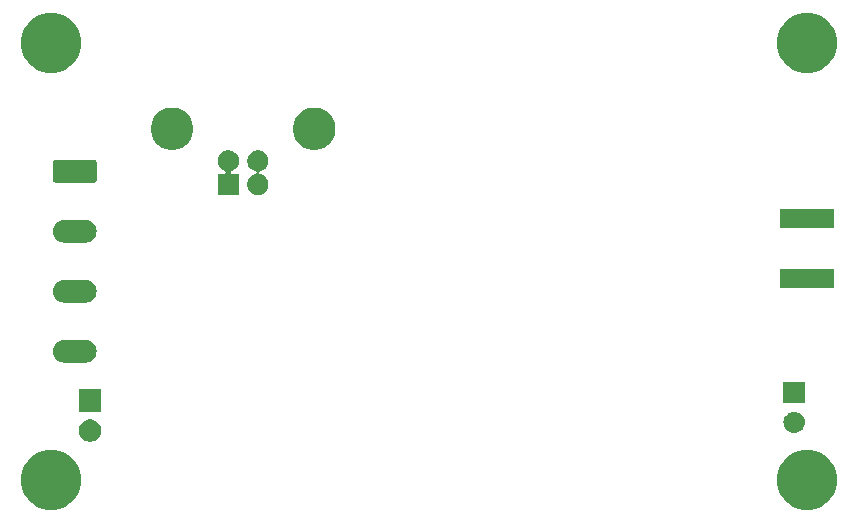
<source format=gbs>
G04 #@! TF.GenerationSoftware,KiCad,Pcbnew,(5.0.2)-1*
G04 #@! TF.CreationDate,2019-02-18T12:49:20+08:00*
G04 #@! TF.ProjectId,DTU-Air720D,4454552d-4169-4723-9732-30442e6b6963,rev?*
G04 #@! TF.SameCoordinates,Original*
G04 #@! TF.FileFunction,Soldermask,Bot*
G04 #@! TF.FilePolarity,Negative*
%FSLAX46Y46*%
G04 Gerber Fmt 4.6, Leading zero omitted, Abs format (unit mm)*
G04 Created by KiCad (PCBNEW (5.0.2)-1) date 2019/2/18 12:49:20*
%MOMM*%
%LPD*%
G01*
G04 APERTURE LIST*
%ADD10C,0.100000*%
G04 APERTURE END LIST*
D10*
G36*
X167744096Y-94547033D02*
X167744098Y-94547034D01*
X167744099Y-94547034D01*
X168208352Y-94739333D01*
X168624284Y-95017250D01*
X168626171Y-95018511D01*
X168981489Y-95373829D01*
X168981491Y-95373832D01*
X169260667Y-95791648D01*
X169452966Y-96255901D01*
X169551000Y-96748748D01*
X169551000Y-97251252D01*
X169452966Y-97744099D01*
X169260667Y-98208352D01*
X168982750Y-98624284D01*
X168981489Y-98626171D01*
X168626171Y-98981489D01*
X168626168Y-98981491D01*
X168208352Y-99260667D01*
X167744099Y-99452966D01*
X167744098Y-99452966D01*
X167744096Y-99452967D01*
X167251253Y-99551000D01*
X166748747Y-99551000D01*
X166255904Y-99452967D01*
X166255902Y-99452966D01*
X166255901Y-99452966D01*
X165791648Y-99260667D01*
X165373832Y-98981491D01*
X165373829Y-98981489D01*
X165018511Y-98626171D01*
X165017250Y-98624284D01*
X164739333Y-98208352D01*
X164547034Y-97744099D01*
X164449000Y-97251252D01*
X164449000Y-96748748D01*
X164547034Y-96255901D01*
X164739333Y-95791648D01*
X165018509Y-95373832D01*
X165018511Y-95373829D01*
X165373829Y-95018511D01*
X165375716Y-95017250D01*
X165791648Y-94739333D01*
X166255901Y-94547034D01*
X166255902Y-94547034D01*
X166255904Y-94547033D01*
X166748747Y-94449000D01*
X167251253Y-94449000D01*
X167744096Y-94547033D01*
X167744096Y-94547033D01*
G37*
G36*
X103744096Y-94547033D02*
X103744098Y-94547034D01*
X103744099Y-94547034D01*
X104208352Y-94739333D01*
X104624284Y-95017250D01*
X104626171Y-95018511D01*
X104981489Y-95373829D01*
X104981491Y-95373832D01*
X105260667Y-95791648D01*
X105452966Y-96255901D01*
X105551000Y-96748748D01*
X105551000Y-97251252D01*
X105452966Y-97744099D01*
X105260667Y-98208352D01*
X104982750Y-98624284D01*
X104981489Y-98626171D01*
X104626171Y-98981489D01*
X104626168Y-98981491D01*
X104208352Y-99260667D01*
X103744099Y-99452966D01*
X103744098Y-99452966D01*
X103744096Y-99452967D01*
X103251253Y-99551000D01*
X102748747Y-99551000D01*
X102255904Y-99452967D01*
X102255902Y-99452966D01*
X102255901Y-99452966D01*
X101791648Y-99260667D01*
X101373832Y-98981491D01*
X101373829Y-98981489D01*
X101018511Y-98626171D01*
X101017250Y-98624284D01*
X100739333Y-98208352D01*
X100547034Y-97744099D01*
X100449000Y-97251252D01*
X100449000Y-96748748D01*
X100547034Y-96255901D01*
X100739333Y-95791648D01*
X101018509Y-95373832D01*
X101018511Y-95373829D01*
X101373829Y-95018511D01*
X101375716Y-95017250D01*
X101791648Y-94739333D01*
X102255901Y-94547034D01*
X102255902Y-94547034D01*
X102255904Y-94547033D01*
X102748747Y-94449000D01*
X103251253Y-94449000D01*
X103744096Y-94547033D01*
X103744096Y-94547033D01*
G37*
G36*
X106577396Y-91925546D02*
X106750466Y-91997234D01*
X106906230Y-92101312D01*
X107038688Y-92233770D01*
X107142766Y-92389534D01*
X107214454Y-92562604D01*
X107251000Y-92746333D01*
X107251000Y-92933667D01*
X107214454Y-93117396D01*
X107142766Y-93290466D01*
X107038688Y-93446230D01*
X106906230Y-93578688D01*
X106750466Y-93682766D01*
X106577396Y-93754454D01*
X106393667Y-93791000D01*
X106206333Y-93791000D01*
X106022604Y-93754454D01*
X105849534Y-93682766D01*
X105693770Y-93578688D01*
X105561312Y-93446230D01*
X105457234Y-93290466D01*
X105385546Y-93117396D01*
X105349000Y-92933667D01*
X105349000Y-92746333D01*
X105385546Y-92562604D01*
X105457234Y-92389534D01*
X105561312Y-92233770D01*
X105693770Y-92101312D01*
X105849534Y-91997234D01*
X106022604Y-91925546D01*
X106206333Y-91889000D01*
X106393667Y-91889000D01*
X106577396Y-91925546D01*
X106577396Y-91925546D01*
G37*
G36*
X166010443Y-91245519D02*
X166076627Y-91252037D01*
X166189853Y-91286384D01*
X166246467Y-91303557D01*
X166385087Y-91377652D01*
X166402991Y-91387222D01*
X166438729Y-91416552D01*
X166540186Y-91499814D01*
X166623448Y-91601271D01*
X166652778Y-91637009D01*
X166652779Y-91637011D01*
X166736443Y-91793533D01*
X166736443Y-91793534D01*
X166787963Y-91963373D01*
X166805359Y-92140000D01*
X166787963Y-92316627D01*
X166765847Y-92389533D01*
X166736443Y-92486467D01*
X166695746Y-92562604D01*
X166652778Y-92642991D01*
X166623448Y-92678729D01*
X166540186Y-92780186D01*
X166438729Y-92863448D01*
X166402991Y-92892778D01*
X166402989Y-92892779D01*
X166246467Y-92976443D01*
X166189853Y-92993616D01*
X166076627Y-93027963D01*
X166010442Y-93034482D01*
X165944260Y-93041000D01*
X165855740Y-93041000D01*
X165789558Y-93034482D01*
X165723373Y-93027963D01*
X165610147Y-92993616D01*
X165553533Y-92976443D01*
X165397011Y-92892779D01*
X165397009Y-92892778D01*
X165361271Y-92863448D01*
X165259814Y-92780186D01*
X165176552Y-92678729D01*
X165147222Y-92642991D01*
X165104254Y-92562604D01*
X165063557Y-92486467D01*
X165034153Y-92389533D01*
X165012037Y-92316627D01*
X164994641Y-92140000D01*
X165012037Y-91963373D01*
X165063557Y-91793534D01*
X165063557Y-91793533D01*
X165147221Y-91637011D01*
X165147222Y-91637009D01*
X165176552Y-91601271D01*
X165259814Y-91499814D01*
X165361271Y-91416552D01*
X165397009Y-91387222D01*
X165414913Y-91377652D01*
X165553533Y-91303557D01*
X165610147Y-91286384D01*
X165723373Y-91252037D01*
X165789557Y-91245519D01*
X165855740Y-91239000D01*
X165944260Y-91239000D01*
X166010443Y-91245519D01*
X166010443Y-91245519D01*
G37*
G36*
X107251000Y-91251000D02*
X105349000Y-91251000D01*
X105349000Y-89349000D01*
X107251000Y-89349000D01*
X107251000Y-91251000D01*
X107251000Y-91251000D01*
G37*
G36*
X166801000Y-90501000D02*
X164999000Y-90501000D01*
X164999000Y-88699000D01*
X166801000Y-88699000D01*
X166801000Y-90501000D01*
X166801000Y-90501000D01*
G37*
G36*
X106086425Y-85182760D02*
X106086428Y-85182761D01*
X106086429Y-85182761D01*
X106265693Y-85237140D01*
X106265695Y-85237141D01*
X106430905Y-85325448D01*
X106575712Y-85444288D01*
X106694552Y-85589095D01*
X106782859Y-85754305D01*
X106837240Y-85933575D01*
X106855601Y-86120000D01*
X106837240Y-86306425D01*
X106782859Y-86485695D01*
X106694552Y-86650905D01*
X106575712Y-86795712D01*
X106430905Y-86914552D01*
X106430903Y-86914553D01*
X106265693Y-87002860D01*
X106086429Y-87057239D01*
X106086428Y-87057239D01*
X106086425Y-87057240D01*
X105946718Y-87071000D01*
X104053282Y-87071000D01*
X103913575Y-87057240D01*
X103913572Y-87057239D01*
X103913571Y-87057239D01*
X103734307Y-87002860D01*
X103569097Y-86914553D01*
X103569095Y-86914552D01*
X103424288Y-86795712D01*
X103305448Y-86650905D01*
X103217141Y-86485695D01*
X103162760Y-86306425D01*
X103144399Y-86120000D01*
X103162760Y-85933575D01*
X103217141Y-85754305D01*
X103305448Y-85589095D01*
X103424288Y-85444288D01*
X103569095Y-85325448D01*
X103734305Y-85237141D01*
X103734307Y-85237140D01*
X103913571Y-85182761D01*
X103913572Y-85182761D01*
X103913575Y-85182760D01*
X104053282Y-85169000D01*
X105946718Y-85169000D01*
X106086425Y-85182760D01*
X106086425Y-85182760D01*
G37*
G36*
X106086425Y-80102760D02*
X106086428Y-80102761D01*
X106086429Y-80102761D01*
X106265693Y-80157140D01*
X106265695Y-80157141D01*
X106430905Y-80245448D01*
X106575712Y-80364288D01*
X106694552Y-80509095D01*
X106694553Y-80509097D01*
X106782860Y-80674307D01*
X106837239Y-80853571D01*
X106837240Y-80853575D01*
X106855601Y-81040000D01*
X106837240Y-81226425D01*
X106782859Y-81405695D01*
X106694552Y-81570905D01*
X106575712Y-81715712D01*
X106430905Y-81834552D01*
X106430903Y-81834553D01*
X106265693Y-81922860D01*
X106086429Y-81977239D01*
X106086428Y-81977239D01*
X106086425Y-81977240D01*
X105946718Y-81991000D01*
X104053282Y-81991000D01*
X103913575Y-81977240D01*
X103913572Y-81977239D01*
X103913571Y-81977239D01*
X103734307Y-81922860D01*
X103569097Y-81834553D01*
X103569095Y-81834552D01*
X103424288Y-81715712D01*
X103305448Y-81570905D01*
X103217141Y-81405695D01*
X103162760Y-81226425D01*
X103144399Y-81040000D01*
X103162760Y-80853575D01*
X103162761Y-80853571D01*
X103217140Y-80674307D01*
X103305447Y-80509097D01*
X103305448Y-80509095D01*
X103424288Y-80364288D01*
X103569095Y-80245448D01*
X103734305Y-80157141D01*
X103734307Y-80157140D01*
X103913571Y-80102761D01*
X103913572Y-80102761D01*
X103913575Y-80102760D01*
X104053282Y-80089000D01*
X105946718Y-80089000D01*
X106086425Y-80102760D01*
X106086425Y-80102760D01*
G37*
G36*
X169301000Y-80751000D02*
X164699000Y-80751000D01*
X164699000Y-79149000D01*
X169301000Y-79149000D01*
X169301000Y-80751000D01*
X169301000Y-80751000D01*
G37*
G36*
X106086425Y-75022760D02*
X106086428Y-75022761D01*
X106086429Y-75022761D01*
X106265693Y-75077140D01*
X106265695Y-75077141D01*
X106430905Y-75165448D01*
X106575712Y-75284288D01*
X106694552Y-75429095D01*
X106694553Y-75429097D01*
X106782860Y-75594307D01*
X106837239Y-75773571D01*
X106837240Y-75773575D01*
X106855601Y-75960000D01*
X106837240Y-76146425D01*
X106782859Y-76325695D01*
X106694552Y-76490905D01*
X106575712Y-76635712D01*
X106430905Y-76754552D01*
X106430903Y-76754553D01*
X106265693Y-76842860D01*
X106086429Y-76897239D01*
X106086428Y-76897239D01*
X106086425Y-76897240D01*
X105946718Y-76911000D01*
X104053282Y-76911000D01*
X103913575Y-76897240D01*
X103913572Y-76897239D01*
X103913571Y-76897239D01*
X103734307Y-76842860D01*
X103569097Y-76754553D01*
X103569095Y-76754552D01*
X103424288Y-76635712D01*
X103305448Y-76490905D01*
X103217141Y-76325695D01*
X103162760Y-76146425D01*
X103144399Y-75960000D01*
X103162760Y-75773575D01*
X103162761Y-75773571D01*
X103217140Y-75594307D01*
X103305447Y-75429097D01*
X103305448Y-75429095D01*
X103424288Y-75284288D01*
X103569095Y-75165448D01*
X103734305Y-75077141D01*
X103734307Y-75077140D01*
X103913571Y-75022761D01*
X103913572Y-75022761D01*
X103913575Y-75022760D01*
X104053282Y-75009000D01*
X105946718Y-75009000D01*
X106086425Y-75022760D01*
X106086425Y-75022760D01*
G37*
G36*
X169301000Y-75651000D02*
X164699000Y-75651000D01*
X164699000Y-74049000D01*
X169301000Y-74049000D01*
X169301000Y-75651000D01*
X169301000Y-75651000D01*
G37*
G36*
X118262812Y-69133624D02*
X118426784Y-69201544D01*
X118574354Y-69300147D01*
X118699853Y-69425646D01*
X118798456Y-69573216D01*
X118866376Y-69737188D01*
X118901000Y-69911259D01*
X118901000Y-70088741D01*
X118866376Y-70262812D01*
X118798456Y-70426784D01*
X118699853Y-70574354D01*
X118574354Y-70699853D01*
X118426784Y-70798456D01*
X118281777Y-70858520D01*
X118260176Y-70870066D01*
X118241234Y-70885612D01*
X118225688Y-70904554D01*
X118214137Y-70926165D01*
X118207024Y-70949614D01*
X118204622Y-70974000D01*
X118207024Y-70998386D01*
X118214137Y-71021835D01*
X118225688Y-71043446D01*
X118241234Y-71062388D01*
X118260176Y-71077934D01*
X118281787Y-71089485D01*
X118305236Y-71096598D01*
X118329622Y-71099000D01*
X118901000Y-71099000D01*
X118901000Y-72901000D01*
X117099000Y-72901000D01*
X117099000Y-71099000D01*
X117670378Y-71099000D01*
X117694764Y-71096598D01*
X117718213Y-71089485D01*
X117739824Y-71077934D01*
X117758766Y-71062388D01*
X117774312Y-71043446D01*
X117785863Y-71021835D01*
X117792976Y-70998386D01*
X117795378Y-70974000D01*
X117792976Y-70949614D01*
X117785863Y-70926165D01*
X117774312Y-70904554D01*
X117758766Y-70885612D01*
X117739824Y-70870066D01*
X117718223Y-70858520D01*
X117573216Y-70798456D01*
X117425646Y-70699853D01*
X117300147Y-70574354D01*
X117201544Y-70426784D01*
X117133624Y-70262812D01*
X117099000Y-70088741D01*
X117099000Y-69911259D01*
X117133624Y-69737188D01*
X117201544Y-69573216D01*
X117300147Y-69425646D01*
X117425646Y-69300147D01*
X117573216Y-69201544D01*
X117737188Y-69133624D01*
X117911259Y-69099000D01*
X118088741Y-69099000D01*
X118262812Y-69133624D01*
X118262812Y-69133624D01*
G37*
G36*
X120762812Y-69133624D02*
X120926784Y-69201544D01*
X121074354Y-69300147D01*
X121199853Y-69425646D01*
X121298456Y-69573216D01*
X121366376Y-69737188D01*
X121401000Y-69911259D01*
X121401000Y-70088741D01*
X121366376Y-70262812D01*
X121298456Y-70426784D01*
X121199853Y-70574354D01*
X121074354Y-70699853D01*
X120926784Y-70798456D01*
X120762812Y-70866376D01*
X120707367Y-70877404D01*
X120683926Y-70884515D01*
X120662315Y-70896067D01*
X120643373Y-70911612D01*
X120627828Y-70930554D01*
X120616277Y-70952165D01*
X120609164Y-70975614D01*
X120606762Y-71000000D01*
X120609164Y-71024387D01*
X120616277Y-71047836D01*
X120627829Y-71069447D01*
X120643374Y-71088389D01*
X120662316Y-71103934D01*
X120683927Y-71115485D01*
X120707367Y-71122596D01*
X120762812Y-71133624D01*
X120926784Y-71201544D01*
X121074354Y-71300147D01*
X121199853Y-71425646D01*
X121298456Y-71573216D01*
X121366376Y-71737188D01*
X121401000Y-71911259D01*
X121401000Y-72088741D01*
X121366376Y-72262812D01*
X121298456Y-72426784D01*
X121199853Y-72574354D01*
X121074354Y-72699853D01*
X120926784Y-72798456D01*
X120762812Y-72866376D01*
X120588741Y-72901000D01*
X120411259Y-72901000D01*
X120237188Y-72866376D01*
X120073216Y-72798456D01*
X119925646Y-72699853D01*
X119800147Y-72574354D01*
X119701544Y-72426784D01*
X119633624Y-72262812D01*
X119599000Y-72088741D01*
X119599000Y-71911259D01*
X119633624Y-71737188D01*
X119701544Y-71573216D01*
X119800147Y-71425646D01*
X119925646Y-71300147D01*
X120073216Y-71201544D01*
X120237188Y-71133624D01*
X120292633Y-71122596D01*
X120316074Y-71115485D01*
X120337685Y-71103933D01*
X120356627Y-71088388D01*
X120372172Y-71069446D01*
X120383723Y-71047835D01*
X120390836Y-71024386D01*
X120393238Y-71000000D01*
X120390836Y-70975613D01*
X120383723Y-70952164D01*
X120372171Y-70930553D01*
X120356626Y-70911611D01*
X120337684Y-70896066D01*
X120316073Y-70884515D01*
X120292633Y-70877404D01*
X120237188Y-70866376D01*
X120073216Y-70798456D01*
X119925646Y-70699853D01*
X119800147Y-70574354D01*
X119701544Y-70426784D01*
X119633624Y-70262812D01*
X119599000Y-70088741D01*
X119599000Y-69911259D01*
X119633624Y-69737188D01*
X119701544Y-69573216D01*
X119800147Y-69425646D01*
X119925646Y-69300147D01*
X120073216Y-69201544D01*
X120237188Y-69133624D01*
X120411259Y-69099000D01*
X120588741Y-69099000D01*
X120762812Y-69133624D01*
X120762812Y-69133624D01*
G37*
G36*
X106710721Y-69932939D02*
X106743279Y-69942815D01*
X106773276Y-69958848D01*
X106799571Y-69980429D01*
X106821152Y-70006724D01*
X106837185Y-70036721D01*
X106847061Y-70069279D01*
X106851000Y-70109269D01*
X106851000Y-71650731D01*
X106847061Y-71690721D01*
X106837185Y-71723279D01*
X106821152Y-71753276D01*
X106799571Y-71779571D01*
X106773276Y-71801152D01*
X106743279Y-71817185D01*
X106710721Y-71827061D01*
X106670731Y-71831000D01*
X103329269Y-71831000D01*
X103289279Y-71827061D01*
X103256721Y-71817185D01*
X103226724Y-71801152D01*
X103200429Y-71779571D01*
X103178848Y-71753276D01*
X103162815Y-71723279D01*
X103152939Y-71690721D01*
X103149000Y-71650731D01*
X103149000Y-70109269D01*
X103152939Y-70069279D01*
X103162815Y-70036721D01*
X103178848Y-70006724D01*
X103200429Y-69980429D01*
X103226724Y-69958848D01*
X103256721Y-69942815D01*
X103289279Y-69932939D01*
X103329269Y-69929000D01*
X106670731Y-69929000D01*
X106710721Y-69932939D01*
X106710721Y-69932939D01*
G37*
G36*
X125795331Y-65558211D02*
X126123092Y-65693974D01*
X126418073Y-65891074D01*
X126668926Y-66141927D01*
X126866026Y-66436908D01*
X127001789Y-66764669D01*
X127071000Y-67112616D01*
X127071000Y-67467384D01*
X127001789Y-67815331D01*
X126866026Y-68143092D01*
X126668926Y-68438073D01*
X126418073Y-68688926D01*
X126123092Y-68886026D01*
X125795331Y-69021789D01*
X125447384Y-69091000D01*
X125092616Y-69091000D01*
X124744669Y-69021789D01*
X124416908Y-68886026D01*
X124121927Y-68688926D01*
X123871074Y-68438073D01*
X123673974Y-68143092D01*
X123538211Y-67815331D01*
X123469000Y-67467384D01*
X123469000Y-67112616D01*
X123538211Y-66764669D01*
X123673974Y-66436908D01*
X123871074Y-66141927D01*
X124121927Y-65891074D01*
X124416908Y-65693974D01*
X124744669Y-65558211D01*
X125092616Y-65489000D01*
X125447384Y-65489000D01*
X125795331Y-65558211D01*
X125795331Y-65558211D01*
G37*
G36*
X113755331Y-65558211D02*
X114083092Y-65693974D01*
X114378073Y-65891074D01*
X114628926Y-66141927D01*
X114826026Y-66436908D01*
X114961789Y-66764669D01*
X115031000Y-67112616D01*
X115031000Y-67467384D01*
X114961789Y-67815331D01*
X114826026Y-68143092D01*
X114628926Y-68438073D01*
X114378073Y-68688926D01*
X114083092Y-68886026D01*
X113755331Y-69021789D01*
X113407384Y-69091000D01*
X113052616Y-69091000D01*
X112704669Y-69021789D01*
X112376908Y-68886026D01*
X112081927Y-68688926D01*
X111831074Y-68438073D01*
X111633974Y-68143092D01*
X111498211Y-67815331D01*
X111429000Y-67467384D01*
X111429000Y-67112616D01*
X111498211Y-66764669D01*
X111633974Y-66436908D01*
X111831074Y-66141927D01*
X112081927Y-65891074D01*
X112376908Y-65693974D01*
X112704669Y-65558211D01*
X113052616Y-65489000D01*
X113407384Y-65489000D01*
X113755331Y-65558211D01*
X113755331Y-65558211D01*
G37*
G36*
X103744096Y-57547033D02*
X103744098Y-57547034D01*
X103744099Y-57547034D01*
X104208352Y-57739333D01*
X104624284Y-58017250D01*
X104626171Y-58018511D01*
X104981489Y-58373829D01*
X104981491Y-58373832D01*
X105260667Y-58791648D01*
X105452966Y-59255901D01*
X105551000Y-59748748D01*
X105551000Y-60251252D01*
X105452966Y-60744099D01*
X105260667Y-61208352D01*
X104982750Y-61624284D01*
X104981489Y-61626171D01*
X104626171Y-61981489D01*
X104626168Y-61981491D01*
X104208352Y-62260667D01*
X103744099Y-62452966D01*
X103744098Y-62452966D01*
X103744096Y-62452967D01*
X103251253Y-62551000D01*
X102748747Y-62551000D01*
X102255904Y-62452967D01*
X102255902Y-62452966D01*
X102255901Y-62452966D01*
X101791648Y-62260667D01*
X101373832Y-61981491D01*
X101373829Y-61981489D01*
X101018511Y-61626171D01*
X101017250Y-61624284D01*
X100739333Y-61208352D01*
X100547034Y-60744099D01*
X100449000Y-60251252D01*
X100449000Y-59748748D01*
X100547034Y-59255901D01*
X100739333Y-58791648D01*
X101018509Y-58373832D01*
X101018511Y-58373829D01*
X101373829Y-58018511D01*
X101375716Y-58017250D01*
X101791648Y-57739333D01*
X102255901Y-57547034D01*
X102255902Y-57547034D01*
X102255904Y-57547033D01*
X102748747Y-57449000D01*
X103251253Y-57449000D01*
X103744096Y-57547033D01*
X103744096Y-57547033D01*
G37*
G36*
X167744096Y-57547033D02*
X167744098Y-57547034D01*
X167744099Y-57547034D01*
X168208352Y-57739333D01*
X168624284Y-58017250D01*
X168626171Y-58018511D01*
X168981489Y-58373829D01*
X168981491Y-58373832D01*
X169260667Y-58791648D01*
X169452966Y-59255901D01*
X169551000Y-59748748D01*
X169551000Y-60251252D01*
X169452966Y-60744099D01*
X169260667Y-61208352D01*
X168982750Y-61624284D01*
X168981489Y-61626171D01*
X168626171Y-61981489D01*
X168626168Y-61981491D01*
X168208352Y-62260667D01*
X167744099Y-62452966D01*
X167744098Y-62452966D01*
X167744096Y-62452967D01*
X167251253Y-62551000D01*
X166748747Y-62551000D01*
X166255904Y-62452967D01*
X166255902Y-62452966D01*
X166255901Y-62452966D01*
X165791648Y-62260667D01*
X165373832Y-61981491D01*
X165373829Y-61981489D01*
X165018511Y-61626171D01*
X165017250Y-61624284D01*
X164739333Y-61208352D01*
X164547034Y-60744099D01*
X164449000Y-60251252D01*
X164449000Y-59748748D01*
X164547034Y-59255901D01*
X164739333Y-58791648D01*
X165018509Y-58373832D01*
X165018511Y-58373829D01*
X165373829Y-58018511D01*
X165375716Y-58017250D01*
X165791648Y-57739333D01*
X166255901Y-57547034D01*
X166255902Y-57547034D01*
X166255904Y-57547033D01*
X166748747Y-57449000D01*
X167251253Y-57449000D01*
X167744096Y-57547033D01*
X167744096Y-57547033D01*
G37*
M02*

</source>
